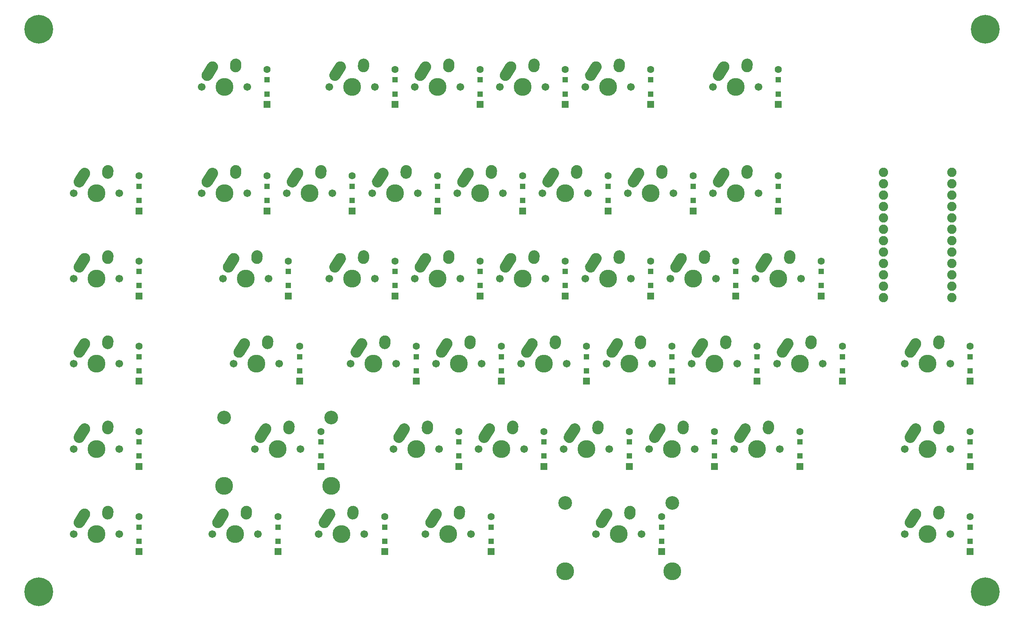
<source format=gts>
%TF.GenerationSoftware,KiCad,Pcbnew,(5.1.10)-1*%
%TF.CreationDate,2021-10-14T07:24:40+09:00*%
%TF.ProjectId,G_One_PCB,475f4f6e-655f-4504-9342-2e6b69636164,rev?*%
%TF.SameCoordinates,Original*%
%TF.FileFunction,Soldermask,Top*%
%TF.FilePolarity,Negative*%
%FSLAX46Y46*%
G04 Gerber Fmt 4.6, Leading zero omitted, Abs format (unit mm)*
G04 Created by KiCad (PCBNEW (5.1.10)-1) date 2021-10-14 07:24:40*
%MOMM*%
%LPD*%
G01*
G04 APERTURE LIST*
%ADD10C,6.400000*%
%ADD11C,1.701800*%
%ADD12C,3.987800*%
%ADD13C,2.082800*%
%ADD14R,1.200000X1.200000*%
%ADD15R,1.600000X1.600000*%
%ADD16C,1.600000*%
%ADD17C,3.048000*%
G04 APERTURE END LIST*
D10*
%TO.C,REF\u002A\u002A*%
X215130000Y4120000D03*
%TD*%
%TO.C,REF\u002A\u002A*%
X215130000Y129630000D03*
%TD*%
%TO.C,REF\u002A\u002A*%
X4120000Y4120000D03*
%TD*%
%TO.C,REF\u002A\u002A*%
X4120000Y129630000D03*
%TD*%
%TO.C,K28(IoT0)1*%
G36*
G01*
X203503171Y59585691D02*
X203542619Y60164347D01*
G75*
G02*
X204874743Y61326433I1247105J-85019D01*
G01*
X204874743Y61326433D01*
G75*
G02*
X206036829Y59994309I-85019J-1247105D01*
G01*
X205997381Y59415653D01*
G75*
G02*
X204665257Y58253567I-1247105J85019D01*
G01*
X204665257Y58253567D01*
G75*
G02*
X203503171Y59585691I85019J1247105D01*
G01*
G37*
G36*
G01*
X197336299Y58242810D02*
X198545223Y60140440D01*
G75*
G02*
X200271087Y60523054I1054239J-671625D01*
G01*
X200271087Y60523054D01*
G75*
G02*
X200653701Y58797190I-671625J-1054239D01*
G01*
X199444777Y56899560D01*
G75*
G02*
X197718913Y56516946I-1054239J671625D01*
G01*
X197718913Y56516946D01*
G75*
G02*
X197336299Y58242810I671625J1054239D01*
G01*
G37*
D11*
X207330000Y55000000D03*
X197170000Y55000000D03*
D12*
X202250000Y55000000D03*
%TD*%
D13*
%TO.C,B0*%
X192380000Y97700000D03*
X192380000Y95160000D03*
X192380000Y92620000D03*
X192380000Y90080000D03*
X192380000Y87540000D03*
X192380000Y85000000D03*
X192380000Y82460000D03*
X192380000Y79920000D03*
X192380000Y77380000D03*
X192380000Y74840000D03*
X192380000Y72300000D03*
X192380000Y69760000D03*
X207620000Y69760000D03*
X207620000Y72300000D03*
X207620000Y74840000D03*
X207620000Y77380000D03*
X207620000Y79920000D03*
X207620000Y82460000D03*
X207620000Y85000000D03*
X207620000Y87540000D03*
X207620000Y90080000D03*
X207620000Y92620000D03*
X207620000Y95160000D03*
X207620000Y97700000D03*
%TD*%
D14*
%TO.C,D1*%
X55000000Y118325000D03*
X55000000Y115175000D03*
D15*
X55000000Y112850000D03*
D16*
X55000000Y120650000D03*
%TD*%
%TO.C,D2*%
X83500000Y120650000D03*
D15*
X83500000Y112850000D03*
D14*
X83500000Y115175000D03*
X83500000Y118325000D03*
%TD*%
%TO.C,D3*%
X102500000Y118325000D03*
X102500000Y115175000D03*
D15*
X102500000Y112850000D03*
D16*
X102500000Y120650000D03*
%TD*%
%TO.C,D4*%
X121500000Y120650000D03*
D15*
X121500000Y112850000D03*
D14*
X121500000Y115175000D03*
X121500000Y118325000D03*
%TD*%
%TO.C,D5*%
X140500000Y118325000D03*
X140500000Y115175000D03*
D15*
X140500000Y112850000D03*
D16*
X140500000Y120650000D03*
%TD*%
D14*
%TO.C,D7*%
X169000000Y118325000D03*
X169000000Y115175000D03*
D15*
X169000000Y112850000D03*
D16*
X169000000Y120650000D03*
%TD*%
%TO.C,D10*%
X26500000Y96900000D03*
D15*
X26500000Y89100000D03*
D14*
X26500000Y91425000D03*
X26500000Y94575000D03*
%TD*%
%TO.C,D11*%
X55000000Y94575000D03*
X55000000Y91425000D03*
D15*
X55000000Y89100000D03*
D16*
X55000000Y96900000D03*
%TD*%
%TO.C,D12*%
X74000000Y96900000D03*
D15*
X74000000Y89100000D03*
D14*
X74000000Y91425000D03*
X74000000Y94575000D03*
%TD*%
D16*
%TO.C,D13*%
X93000000Y96900000D03*
D15*
X93000000Y89100000D03*
D14*
X93000000Y91425000D03*
X93000000Y94575000D03*
%TD*%
%TO.C,D14*%
X112000000Y94575000D03*
X112000000Y91425000D03*
D15*
X112000000Y89100000D03*
D16*
X112000000Y96900000D03*
%TD*%
%TO.C,D15*%
X131000000Y96900000D03*
D15*
X131000000Y89100000D03*
D14*
X131000000Y91425000D03*
X131000000Y94575000D03*
%TD*%
%TO.C,D16*%
X150000000Y94575000D03*
X150000000Y91425000D03*
D15*
X150000000Y89100000D03*
D16*
X150000000Y96900000D03*
%TD*%
%TO.C,D17*%
X169000000Y96900000D03*
D15*
X169000000Y89100000D03*
D14*
X169000000Y91425000D03*
X169000000Y94575000D03*
%TD*%
%TO.C,D20*%
X26500000Y75575000D03*
X26500000Y72425000D03*
D15*
X26500000Y70100000D03*
D16*
X26500000Y77900000D03*
%TD*%
%TO.C,D21*%
X59750000Y77900000D03*
D15*
X59750000Y70100000D03*
D14*
X59750000Y72425000D03*
X59750000Y75575000D03*
%TD*%
%TO.C,D22*%
X83500000Y75575000D03*
X83500000Y72425000D03*
D15*
X83500000Y70100000D03*
D16*
X83500000Y77900000D03*
%TD*%
%TO.C,D23*%
X102500000Y77900000D03*
D15*
X102500000Y70100000D03*
D14*
X102500000Y72425000D03*
X102500000Y75575000D03*
%TD*%
%TO.C,D24*%
X121500000Y75575000D03*
X121500000Y72425000D03*
D15*
X121500000Y70100000D03*
D16*
X121500000Y77900000D03*
%TD*%
%TO.C,D25*%
X140500000Y77900000D03*
D15*
X140500000Y70100000D03*
D14*
X140500000Y72425000D03*
X140500000Y75575000D03*
%TD*%
%TO.C,D26*%
X159500000Y75575000D03*
X159500000Y72425000D03*
D15*
X159500000Y70100000D03*
D16*
X159500000Y77900000D03*
%TD*%
%TO.C,D27*%
X178500000Y77900000D03*
D15*
X178500000Y70100000D03*
D14*
X178500000Y72425000D03*
X178500000Y75575000D03*
%TD*%
%TO.C,D28*%
X211750000Y56575000D03*
X211750000Y53425000D03*
D15*
X211750000Y51100000D03*
D16*
X211750000Y58900000D03*
%TD*%
D14*
%TO.C,D30*%
X26500000Y56575000D03*
X26500000Y53425000D03*
D15*
X26500000Y51100000D03*
D16*
X26500000Y58900000D03*
%TD*%
D14*
%TO.C,D31*%
X62250000Y56575000D03*
X62250000Y53425000D03*
D15*
X62250000Y51100000D03*
D16*
X62250000Y58900000D03*
%TD*%
%TO.C,D32*%
X88250000Y58900000D03*
D15*
X88250000Y51100000D03*
D14*
X88250000Y53425000D03*
X88250000Y56575000D03*
%TD*%
%TO.C,D33*%
X107250000Y56575000D03*
X107250000Y53425000D03*
D15*
X107250000Y51100000D03*
D16*
X107250000Y58900000D03*
%TD*%
%TO.C,D34*%
X126250000Y58900000D03*
D15*
X126250000Y51100000D03*
D14*
X126250000Y53425000D03*
X126250000Y56575000D03*
%TD*%
%TO.C,D35*%
X145250000Y56575000D03*
X145250000Y53425000D03*
D15*
X145250000Y51100000D03*
D16*
X145250000Y58900000D03*
%TD*%
D14*
%TO.C,D36*%
X164250000Y56575000D03*
X164250000Y53425000D03*
D15*
X164250000Y51100000D03*
D16*
X164250000Y58900000D03*
%TD*%
%TO.C,D37*%
X183250000Y58900000D03*
D15*
X183250000Y51100000D03*
D14*
X183250000Y53425000D03*
X183250000Y56575000D03*
%TD*%
%TO.C,D38*%
X211750000Y37575000D03*
X211750000Y34425000D03*
D15*
X211750000Y32100000D03*
D16*
X211750000Y39900000D03*
%TD*%
%TO.C,D40*%
X26500000Y39900000D03*
D15*
X26500000Y32100000D03*
D14*
X26500000Y34425000D03*
X26500000Y37575000D03*
%TD*%
D16*
%TO.C,D41*%
X67000000Y39900000D03*
D15*
X67000000Y32100000D03*
D14*
X67000000Y34425000D03*
X67000000Y37575000D03*
%TD*%
%TO.C,D42*%
X97750000Y37575000D03*
X97750000Y34425000D03*
D15*
X97750000Y32100000D03*
D16*
X97750000Y39900000D03*
%TD*%
%TO.C,D43*%
X116750000Y39900000D03*
D15*
X116750000Y32100000D03*
D14*
X116750000Y34425000D03*
X116750000Y37575000D03*
%TD*%
%TO.C,D44*%
X135750000Y37575000D03*
X135750000Y34425000D03*
D15*
X135750000Y32100000D03*
D16*
X135750000Y39900000D03*
%TD*%
%TO.C,D45*%
X154750000Y39900000D03*
D15*
X154750000Y32100000D03*
D14*
X154750000Y34425000D03*
X154750000Y37575000D03*
%TD*%
D16*
%TO.C,D46*%
X173750000Y39900000D03*
D15*
X173750000Y32100000D03*
D14*
X173750000Y34425000D03*
X173750000Y37575000D03*
%TD*%
D16*
%TO.C,D48*%
X211750000Y20900000D03*
D15*
X211750000Y13100000D03*
D14*
X211750000Y15425000D03*
X211750000Y18575000D03*
%TD*%
%TO.C,D50*%
X26500000Y18575000D03*
X26500000Y15425000D03*
D15*
X26500000Y13100000D03*
D16*
X26500000Y20900000D03*
%TD*%
D14*
%TO.C,D51*%
X57500000Y18575000D03*
X57500000Y15425000D03*
D15*
X57500000Y13100000D03*
D16*
X57500000Y20900000D03*
%TD*%
%TO.C,D52*%
X81250000Y20900000D03*
D15*
X81250000Y13100000D03*
D14*
X81250000Y15425000D03*
X81250000Y18575000D03*
%TD*%
D16*
%TO.C,D53*%
X105000000Y20900000D03*
D15*
X105000000Y13100000D03*
D14*
X105000000Y15425000D03*
X105000000Y18575000D03*
%TD*%
%TO.C,D54*%
X143000000Y18575000D03*
X143000000Y15425000D03*
D15*
X143000000Y13100000D03*
D16*
X143000000Y20900000D03*
%TD*%
%TO.C,K01(ESC)1*%
G36*
G01*
X46753171Y121335691D02*
X46792619Y121914347D01*
G75*
G02*
X48124743Y123076433I1247105J-85019D01*
G01*
X48124743Y123076433D01*
G75*
G02*
X49286829Y121744309I-85019J-1247105D01*
G01*
X49247381Y121165653D01*
G75*
G02*
X47915257Y120003567I-1247105J85019D01*
G01*
X47915257Y120003567D01*
G75*
G02*
X46753171Y121335691I85019J1247105D01*
G01*
G37*
G36*
G01*
X40586299Y119992810D02*
X41795223Y121890440D01*
G75*
G02*
X43521087Y122273054I1054239J-671625D01*
G01*
X43521087Y122273054D01*
G75*
G02*
X43903701Y120547190I-671625J-1054239D01*
G01*
X42694777Y118649560D01*
G75*
G02*
X40968913Y118266946I-1054239J671625D01*
G01*
X40968913Y118266946D01*
G75*
G02*
X40586299Y119992810I671625J1054239D01*
G01*
G37*
D11*
X50580000Y116750000D03*
X40420000Y116750000D03*
D12*
X45500000Y116750000D03*
%TD*%
%TO.C,K02(F1)1*%
G36*
G01*
X75253171Y121335691D02*
X75292619Y121914347D01*
G75*
G02*
X76624743Y123076433I1247105J-85019D01*
G01*
X76624743Y123076433D01*
G75*
G02*
X77786829Y121744309I-85019J-1247105D01*
G01*
X77747381Y121165653D01*
G75*
G02*
X76415257Y120003567I-1247105J85019D01*
G01*
X76415257Y120003567D01*
G75*
G02*
X75253171Y121335691I85019J1247105D01*
G01*
G37*
G36*
G01*
X69086299Y119992810D02*
X70295223Y121890440D01*
G75*
G02*
X72021087Y122273054I1054239J-671625D01*
G01*
X72021087Y122273054D01*
G75*
G02*
X72403701Y120547190I-671625J-1054239D01*
G01*
X71194777Y118649560D01*
G75*
G02*
X69468913Y118266946I-1054239J671625D01*
G01*
X69468913Y118266946D01*
G75*
G02*
X69086299Y119992810I671625J1054239D01*
G01*
G37*
D11*
X79080000Y116750000D03*
X68920000Y116750000D03*
D12*
X74000000Y116750000D03*
%TD*%
%TO.C,K03(F2)1*%
X93000000Y116750000D03*
D11*
X87920000Y116750000D03*
X98080000Y116750000D03*
G36*
G01*
X88086299Y119992810D02*
X89295223Y121890440D01*
G75*
G02*
X91021087Y122273054I1054239J-671625D01*
G01*
X91021087Y122273054D01*
G75*
G02*
X91403701Y120547190I-671625J-1054239D01*
G01*
X90194777Y118649560D01*
G75*
G02*
X88468913Y118266946I-1054239J671625D01*
G01*
X88468913Y118266946D01*
G75*
G02*
X88086299Y119992810I671625J1054239D01*
G01*
G37*
G36*
G01*
X94253171Y121335691D02*
X94292619Y121914347D01*
G75*
G02*
X95624743Y123076433I1247105J-85019D01*
G01*
X95624743Y123076433D01*
G75*
G02*
X96786829Y121744309I-85019J-1247105D01*
G01*
X96747381Y121165653D01*
G75*
G02*
X95415257Y120003567I-1247105J85019D01*
G01*
X95415257Y120003567D01*
G75*
G02*
X94253171Y121335691I85019J1247105D01*
G01*
G37*
%TD*%
D12*
%TO.C,K04(F3)1*%
X112000000Y116750000D03*
D11*
X106920000Y116750000D03*
X117080000Y116750000D03*
G36*
G01*
X107086299Y119992810D02*
X108295223Y121890440D01*
G75*
G02*
X110021087Y122273054I1054239J-671625D01*
G01*
X110021087Y122273054D01*
G75*
G02*
X110403701Y120547190I-671625J-1054239D01*
G01*
X109194777Y118649560D01*
G75*
G02*
X107468913Y118266946I-1054239J671625D01*
G01*
X107468913Y118266946D01*
G75*
G02*
X107086299Y119992810I671625J1054239D01*
G01*
G37*
G36*
G01*
X113253171Y121335691D02*
X113292619Y121914347D01*
G75*
G02*
X114624743Y123076433I1247105J-85019D01*
G01*
X114624743Y123076433D01*
G75*
G02*
X115786829Y121744309I-85019J-1247105D01*
G01*
X115747381Y121165653D01*
G75*
G02*
X114415257Y120003567I-1247105J85019D01*
G01*
X114415257Y120003567D01*
G75*
G02*
X113253171Y121335691I85019J1247105D01*
G01*
G37*
%TD*%
%TO.C,K05(F4)1*%
G36*
G01*
X132253171Y121335691D02*
X132292619Y121914347D01*
G75*
G02*
X133624743Y123076433I1247105J-85019D01*
G01*
X133624743Y123076433D01*
G75*
G02*
X134786829Y121744309I-85019J-1247105D01*
G01*
X134747381Y121165653D01*
G75*
G02*
X133415257Y120003567I-1247105J85019D01*
G01*
X133415257Y120003567D01*
G75*
G02*
X132253171Y121335691I85019J1247105D01*
G01*
G37*
G36*
G01*
X126086299Y119992810D02*
X127295223Y121890440D01*
G75*
G02*
X129021087Y122273054I1054239J-671625D01*
G01*
X129021087Y122273054D01*
G75*
G02*
X129403701Y120547190I-671625J-1054239D01*
G01*
X128194777Y118649560D01*
G75*
G02*
X126468913Y118266946I-1054239J671625D01*
G01*
X126468913Y118266946D01*
G75*
G02*
X126086299Y119992810I671625J1054239D01*
G01*
G37*
X136080000Y116750000D03*
X125920000Y116750000D03*
D12*
X131000000Y116750000D03*
%TD*%
%TO.C,K07(F5)1*%
X159500000Y116750000D03*
D11*
X154420000Y116750000D03*
X164580000Y116750000D03*
G36*
G01*
X154586299Y119992810D02*
X155795223Y121890440D01*
G75*
G02*
X157521087Y122273054I1054239J-671625D01*
G01*
X157521087Y122273054D01*
G75*
G02*
X157903701Y120547190I-671625J-1054239D01*
G01*
X156694777Y118649560D01*
G75*
G02*
X154968913Y118266946I-1054239J671625D01*
G01*
X154968913Y118266946D01*
G75*
G02*
X154586299Y119992810I671625J1054239D01*
G01*
G37*
G36*
G01*
X160753171Y121335691D02*
X160792619Y121914347D01*
G75*
G02*
X162124743Y123076433I1247105J-85019D01*
G01*
X162124743Y123076433D01*
G75*
G02*
X163286829Y121744309I-85019J-1247105D01*
G01*
X163247381Y121165653D01*
G75*
G02*
X161915257Y120003567I-1247105J85019D01*
G01*
X161915257Y120003567D01*
G75*
G02*
X160753171Y121335691I85019J1247105D01*
G01*
G37*
%TD*%
D12*
%TO.C,K10(M0)1*%
X17000000Y93000000D03*
D11*
X11920000Y93000000D03*
X22080000Y93000000D03*
G36*
G01*
X12086299Y96242810D02*
X13295223Y98140440D01*
G75*
G02*
X15021087Y98523054I1054239J-671625D01*
G01*
X15021087Y98523054D01*
G75*
G02*
X15403701Y96797190I-671625J-1054239D01*
G01*
X14194777Y94899560D01*
G75*
G02*
X12468913Y94516946I-1054239J671625D01*
G01*
X12468913Y94516946D01*
G75*
G02*
X12086299Y96242810I671625J1054239D01*
G01*
G37*
G36*
G01*
X18253171Y97585691D02*
X18292619Y98164347D01*
G75*
G02*
X19624743Y99326433I1247105J-85019D01*
G01*
X19624743Y99326433D01*
G75*
G02*
X20786829Y97994309I-85019J-1247105D01*
G01*
X20747381Y97415653D01*
G75*
G02*
X19415257Y96253567I-1247105J85019D01*
G01*
X19415257Y96253567D01*
G75*
G02*
X18253171Y97585691I85019J1247105D01*
G01*
G37*
%TD*%
D12*
%TO.C,K11(_`_)1*%
X45500000Y93000000D03*
D11*
X40420000Y93000000D03*
X50580000Y93000000D03*
G36*
G01*
X40586299Y96242810D02*
X41795223Y98140440D01*
G75*
G02*
X43521087Y98523054I1054239J-671625D01*
G01*
X43521087Y98523054D01*
G75*
G02*
X43903701Y96797190I-671625J-1054239D01*
G01*
X42694777Y94899560D01*
G75*
G02*
X40968913Y94516946I-1054239J671625D01*
G01*
X40968913Y94516946D01*
G75*
G02*
X40586299Y96242810I671625J1054239D01*
G01*
G37*
G36*
G01*
X46753171Y97585691D02*
X46792619Y98164347D01*
G75*
G02*
X48124743Y99326433I1247105J-85019D01*
G01*
X48124743Y99326433D01*
G75*
G02*
X49286829Y97994309I-85019J-1247105D01*
G01*
X49247381Y97415653D01*
G75*
G02*
X47915257Y96253567I-1247105J85019D01*
G01*
X47915257Y96253567D01*
G75*
G02*
X46753171Y97585691I85019J1247105D01*
G01*
G37*
%TD*%
%TO.C,K12(1!)1*%
G36*
G01*
X65753171Y97585691D02*
X65792619Y98164347D01*
G75*
G02*
X67124743Y99326433I1247105J-85019D01*
G01*
X67124743Y99326433D01*
G75*
G02*
X68286829Y97994309I-85019J-1247105D01*
G01*
X68247381Y97415653D01*
G75*
G02*
X66915257Y96253567I-1247105J85019D01*
G01*
X66915257Y96253567D01*
G75*
G02*
X65753171Y97585691I85019J1247105D01*
G01*
G37*
G36*
G01*
X59586299Y96242810D02*
X60795223Y98140440D01*
G75*
G02*
X62521087Y98523054I1054239J-671625D01*
G01*
X62521087Y98523054D01*
G75*
G02*
X62903701Y96797190I-671625J-1054239D01*
G01*
X61694777Y94899560D01*
G75*
G02*
X59968913Y94516946I-1054239J671625D01*
G01*
X59968913Y94516946D01*
G75*
G02*
X59586299Y96242810I671625J1054239D01*
G01*
G37*
X69580000Y93000000D03*
X59420000Y93000000D03*
D12*
X64500000Y93000000D03*
%TD*%
%TO.C,K13(2@)1*%
G36*
G01*
X84753171Y97585691D02*
X84792619Y98164347D01*
G75*
G02*
X86124743Y99326433I1247105J-85019D01*
G01*
X86124743Y99326433D01*
G75*
G02*
X87286829Y97994309I-85019J-1247105D01*
G01*
X87247381Y97415653D01*
G75*
G02*
X85915257Y96253567I-1247105J85019D01*
G01*
X85915257Y96253567D01*
G75*
G02*
X84753171Y97585691I85019J1247105D01*
G01*
G37*
G36*
G01*
X78586299Y96242810D02*
X79795223Y98140440D01*
G75*
G02*
X81521087Y98523054I1054239J-671625D01*
G01*
X81521087Y98523054D01*
G75*
G02*
X81903701Y96797190I-671625J-1054239D01*
G01*
X80694777Y94899560D01*
G75*
G02*
X78968913Y94516946I-1054239J671625D01*
G01*
X78968913Y94516946D01*
G75*
G02*
X78586299Y96242810I671625J1054239D01*
G01*
G37*
D11*
X88580000Y93000000D03*
X78420000Y93000000D03*
D12*
X83500000Y93000000D03*
%TD*%
%TO.C,K14(3#)1*%
G36*
G01*
X103753171Y97585691D02*
X103792619Y98164347D01*
G75*
G02*
X105124743Y99326433I1247105J-85019D01*
G01*
X105124743Y99326433D01*
G75*
G02*
X106286829Y97994309I-85019J-1247105D01*
G01*
X106247381Y97415653D01*
G75*
G02*
X104915257Y96253567I-1247105J85019D01*
G01*
X104915257Y96253567D01*
G75*
G02*
X103753171Y97585691I85019J1247105D01*
G01*
G37*
G36*
G01*
X97586299Y96242810D02*
X98795223Y98140440D01*
G75*
G02*
X100521087Y98523054I1054239J-671625D01*
G01*
X100521087Y98523054D01*
G75*
G02*
X100903701Y96797190I-671625J-1054239D01*
G01*
X99694777Y94899560D01*
G75*
G02*
X97968913Y94516946I-1054239J671625D01*
G01*
X97968913Y94516946D01*
G75*
G02*
X97586299Y96242810I671625J1054239D01*
G01*
G37*
D11*
X107580000Y93000000D03*
X97420000Y93000000D03*
D12*
X102500000Y93000000D03*
%TD*%
%TO.C,K15(4$)1*%
X121500000Y93000000D03*
D11*
X116420000Y93000000D03*
X126580000Y93000000D03*
G36*
G01*
X116586299Y96242810D02*
X117795223Y98140440D01*
G75*
G02*
X119521087Y98523054I1054239J-671625D01*
G01*
X119521087Y98523054D01*
G75*
G02*
X119903701Y96797190I-671625J-1054239D01*
G01*
X118694777Y94899560D01*
G75*
G02*
X116968913Y94516946I-1054239J671625D01*
G01*
X116968913Y94516946D01*
G75*
G02*
X116586299Y96242810I671625J1054239D01*
G01*
G37*
G36*
G01*
X122753171Y97585691D02*
X122792619Y98164347D01*
G75*
G02*
X124124743Y99326433I1247105J-85019D01*
G01*
X124124743Y99326433D01*
G75*
G02*
X125286829Y97994309I-85019J-1247105D01*
G01*
X125247381Y97415653D01*
G75*
G02*
X123915257Y96253567I-1247105J85019D01*
G01*
X123915257Y96253567D01*
G75*
G02*
X122753171Y97585691I85019J1247105D01*
G01*
G37*
%TD*%
%TO.C,K16(5\u0025)1*%
G36*
G01*
X141753171Y97585691D02*
X141792619Y98164347D01*
G75*
G02*
X143124743Y99326433I1247105J-85019D01*
G01*
X143124743Y99326433D01*
G75*
G02*
X144286829Y97994309I-85019J-1247105D01*
G01*
X144247381Y97415653D01*
G75*
G02*
X142915257Y96253567I-1247105J85019D01*
G01*
X142915257Y96253567D01*
G75*
G02*
X141753171Y97585691I85019J1247105D01*
G01*
G37*
G36*
G01*
X135586299Y96242810D02*
X136795223Y98140440D01*
G75*
G02*
X138521087Y98523054I1054239J-671625D01*
G01*
X138521087Y98523054D01*
G75*
G02*
X138903701Y96797190I-671625J-1054239D01*
G01*
X137694777Y94899560D01*
G75*
G02*
X135968913Y94516946I-1054239J671625D01*
G01*
X135968913Y94516946D01*
G75*
G02*
X135586299Y96242810I671625J1054239D01*
G01*
G37*
X145580000Y93000000D03*
X135420000Y93000000D03*
D12*
X140500000Y93000000D03*
%TD*%
%TO.C,K17(6^)1*%
X159500000Y93000000D03*
D11*
X154420000Y93000000D03*
X164580000Y93000000D03*
G36*
G01*
X154586299Y96242810D02*
X155795223Y98140440D01*
G75*
G02*
X157521087Y98523054I1054239J-671625D01*
G01*
X157521087Y98523054D01*
G75*
G02*
X157903701Y96797190I-671625J-1054239D01*
G01*
X156694777Y94899560D01*
G75*
G02*
X154968913Y94516946I-1054239J671625D01*
G01*
X154968913Y94516946D01*
G75*
G02*
X154586299Y96242810I671625J1054239D01*
G01*
G37*
G36*
G01*
X160753171Y97585691D02*
X160792619Y98164347D01*
G75*
G02*
X162124743Y99326433I1247105J-85019D01*
G01*
X162124743Y99326433D01*
G75*
G02*
X163286829Y97994309I-85019J-1247105D01*
G01*
X163247381Y97415653D01*
G75*
G02*
X161915257Y96253567I-1247105J85019D01*
G01*
X161915257Y96253567D01*
G75*
G02*
X160753171Y97585691I85019J1247105D01*
G01*
G37*
%TD*%
D12*
%TO.C,K20(M1)1*%
X17000000Y74000000D03*
D11*
X11920000Y74000000D03*
X22080000Y74000000D03*
G36*
G01*
X12086299Y77242810D02*
X13295223Y79140440D01*
G75*
G02*
X15021087Y79523054I1054239J-671625D01*
G01*
X15021087Y79523054D01*
G75*
G02*
X15403701Y77797190I-671625J-1054239D01*
G01*
X14194777Y75899560D01*
G75*
G02*
X12468913Y75516946I-1054239J671625D01*
G01*
X12468913Y75516946D01*
G75*
G02*
X12086299Y77242810I671625J1054239D01*
G01*
G37*
G36*
G01*
X18253171Y78585691D02*
X18292619Y79164347D01*
G75*
G02*
X19624743Y80326433I1247105J-85019D01*
G01*
X19624743Y80326433D01*
G75*
G02*
X20786829Y78994309I-85019J-1247105D01*
G01*
X20747381Y78415653D01*
G75*
G02*
X19415257Y77253567I-1247105J85019D01*
G01*
X19415257Y77253567D01*
G75*
G02*
X18253171Y78585691I85019J1247105D01*
G01*
G37*
%TD*%
D12*
%TO.C,K21(Tap)1*%
X50250000Y74000000D03*
D11*
X45170000Y74000000D03*
X55330000Y74000000D03*
G36*
G01*
X45336299Y77242810D02*
X46545223Y79140440D01*
G75*
G02*
X48271087Y79523054I1054239J-671625D01*
G01*
X48271087Y79523054D01*
G75*
G02*
X48653701Y77797190I-671625J-1054239D01*
G01*
X47444777Y75899560D01*
G75*
G02*
X45718913Y75516946I-1054239J671625D01*
G01*
X45718913Y75516946D01*
G75*
G02*
X45336299Y77242810I671625J1054239D01*
G01*
G37*
G36*
G01*
X51503171Y78585691D02*
X51542619Y79164347D01*
G75*
G02*
X52874743Y80326433I1247105J-85019D01*
G01*
X52874743Y80326433D01*
G75*
G02*
X54036829Y78994309I-85019J-1247105D01*
G01*
X53997381Y78415653D01*
G75*
G02*
X52665257Y77253567I-1247105J85019D01*
G01*
X52665257Y77253567D01*
G75*
G02*
X51503171Y78585691I85019J1247105D01*
G01*
G37*
%TD*%
%TO.C,K22(Q)1*%
G36*
G01*
X75253171Y78585691D02*
X75292619Y79164347D01*
G75*
G02*
X76624743Y80326433I1247105J-85019D01*
G01*
X76624743Y80326433D01*
G75*
G02*
X77786829Y78994309I-85019J-1247105D01*
G01*
X77747381Y78415653D01*
G75*
G02*
X76415257Y77253567I-1247105J85019D01*
G01*
X76415257Y77253567D01*
G75*
G02*
X75253171Y78585691I85019J1247105D01*
G01*
G37*
G36*
G01*
X69086299Y77242810D02*
X70295223Y79140440D01*
G75*
G02*
X72021087Y79523054I1054239J-671625D01*
G01*
X72021087Y79523054D01*
G75*
G02*
X72403701Y77797190I-671625J-1054239D01*
G01*
X71194777Y75899560D01*
G75*
G02*
X69468913Y75516946I-1054239J671625D01*
G01*
X69468913Y75516946D01*
G75*
G02*
X69086299Y77242810I671625J1054239D01*
G01*
G37*
X79080000Y74000000D03*
X68920000Y74000000D03*
D12*
X74000000Y74000000D03*
%TD*%
%TO.C,K23(W)1*%
X93000000Y74000000D03*
D11*
X87920000Y74000000D03*
X98080000Y74000000D03*
G36*
G01*
X88086299Y77242810D02*
X89295223Y79140440D01*
G75*
G02*
X91021087Y79523054I1054239J-671625D01*
G01*
X91021087Y79523054D01*
G75*
G02*
X91403701Y77797190I-671625J-1054239D01*
G01*
X90194777Y75899560D01*
G75*
G02*
X88468913Y75516946I-1054239J671625D01*
G01*
X88468913Y75516946D01*
G75*
G02*
X88086299Y77242810I671625J1054239D01*
G01*
G37*
G36*
G01*
X94253171Y78585691D02*
X94292619Y79164347D01*
G75*
G02*
X95624743Y80326433I1247105J-85019D01*
G01*
X95624743Y80326433D01*
G75*
G02*
X96786829Y78994309I-85019J-1247105D01*
G01*
X96747381Y78415653D01*
G75*
G02*
X95415257Y77253567I-1247105J85019D01*
G01*
X95415257Y77253567D01*
G75*
G02*
X94253171Y78585691I85019J1247105D01*
G01*
G37*
%TD*%
%TO.C,K24(E)1*%
G36*
G01*
X113253171Y78585691D02*
X113292619Y79164347D01*
G75*
G02*
X114624743Y80326433I1247105J-85019D01*
G01*
X114624743Y80326433D01*
G75*
G02*
X115786829Y78994309I-85019J-1247105D01*
G01*
X115747381Y78415653D01*
G75*
G02*
X114415257Y77253567I-1247105J85019D01*
G01*
X114415257Y77253567D01*
G75*
G02*
X113253171Y78585691I85019J1247105D01*
G01*
G37*
G36*
G01*
X107086299Y77242810D02*
X108295223Y79140440D01*
G75*
G02*
X110021087Y79523054I1054239J-671625D01*
G01*
X110021087Y79523054D01*
G75*
G02*
X110403701Y77797190I-671625J-1054239D01*
G01*
X109194777Y75899560D01*
G75*
G02*
X107468913Y75516946I-1054239J671625D01*
G01*
X107468913Y75516946D01*
G75*
G02*
X107086299Y77242810I671625J1054239D01*
G01*
G37*
X117080000Y74000000D03*
X106920000Y74000000D03*
D12*
X112000000Y74000000D03*
%TD*%
%TO.C,K25(R)1*%
G36*
G01*
X132253171Y78585691D02*
X132292619Y79164347D01*
G75*
G02*
X133624743Y80326433I1247105J-85019D01*
G01*
X133624743Y80326433D01*
G75*
G02*
X134786829Y78994309I-85019J-1247105D01*
G01*
X134747381Y78415653D01*
G75*
G02*
X133415257Y77253567I-1247105J85019D01*
G01*
X133415257Y77253567D01*
G75*
G02*
X132253171Y78585691I85019J1247105D01*
G01*
G37*
G36*
G01*
X126086299Y77242810D02*
X127295223Y79140440D01*
G75*
G02*
X129021087Y79523054I1054239J-671625D01*
G01*
X129021087Y79523054D01*
G75*
G02*
X129403701Y77797190I-671625J-1054239D01*
G01*
X128194777Y75899560D01*
G75*
G02*
X126468913Y75516946I-1054239J671625D01*
G01*
X126468913Y75516946D01*
G75*
G02*
X126086299Y77242810I671625J1054239D01*
G01*
G37*
D11*
X136080000Y74000000D03*
X125920000Y74000000D03*
D12*
X131000000Y74000000D03*
%TD*%
%TO.C,K26(T)1*%
X150000000Y74000000D03*
D11*
X144920000Y74000000D03*
X155080000Y74000000D03*
G36*
G01*
X145086299Y77242810D02*
X146295223Y79140440D01*
G75*
G02*
X148021087Y79523054I1054239J-671625D01*
G01*
X148021087Y79523054D01*
G75*
G02*
X148403701Y77797190I-671625J-1054239D01*
G01*
X147194777Y75899560D01*
G75*
G02*
X145468913Y75516946I-1054239J671625D01*
G01*
X145468913Y75516946D01*
G75*
G02*
X145086299Y77242810I671625J1054239D01*
G01*
G37*
G36*
G01*
X151253171Y78585691D02*
X151292619Y79164347D01*
G75*
G02*
X152624743Y80326433I1247105J-85019D01*
G01*
X152624743Y80326433D01*
G75*
G02*
X153786829Y78994309I-85019J-1247105D01*
G01*
X153747381Y78415653D01*
G75*
G02*
X152415257Y77253567I-1247105J85019D01*
G01*
X152415257Y77253567D01*
G75*
G02*
X151253171Y78585691I85019J1247105D01*
G01*
G37*
%TD*%
%TO.C,K27(P)1*%
G36*
G01*
X170253171Y78585691D02*
X170292619Y79164347D01*
G75*
G02*
X171624743Y80326433I1247105J-85019D01*
G01*
X171624743Y80326433D01*
G75*
G02*
X172786829Y78994309I-85019J-1247105D01*
G01*
X172747381Y78415653D01*
G75*
G02*
X171415257Y77253567I-1247105J85019D01*
G01*
X171415257Y77253567D01*
G75*
G02*
X170253171Y78585691I85019J1247105D01*
G01*
G37*
G36*
G01*
X164086299Y77242810D02*
X165295223Y79140440D01*
G75*
G02*
X167021087Y79523054I1054239J-671625D01*
G01*
X167021087Y79523054D01*
G75*
G02*
X167403701Y77797190I-671625J-1054239D01*
G01*
X166194777Y75899560D01*
G75*
G02*
X164468913Y75516946I-1054239J671625D01*
G01*
X164468913Y75516946D01*
G75*
G02*
X164086299Y77242810I671625J1054239D01*
G01*
G37*
X174080000Y74000000D03*
X163920000Y74000000D03*
D12*
X169000000Y74000000D03*
%TD*%
%TO.C,K30(M2)1*%
G36*
G01*
X18253171Y59585691D02*
X18292619Y60164347D01*
G75*
G02*
X19624743Y61326433I1247105J-85019D01*
G01*
X19624743Y61326433D01*
G75*
G02*
X20786829Y59994309I-85019J-1247105D01*
G01*
X20747381Y59415653D01*
G75*
G02*
X19415257Y58253567I-1247105J85019D01*
G01*
X19415257Y58253567D01*
G75*
G02*
X18253171Y59585691I85019J1247105D01*
G01*
G37*
G36*
G01*
X12086299Y58242810D02*
X13295223Y60140440D01*
G75*
G02*
X15021087Y60523054I1054239J-671625D01*
G01*
X15021087Y60523054D01*
G75*
G02*
X15403701Y58797190I-671625J-1054239D01*
G01*
X14194777Y56899560D01*
G75*
G02*
X12468913Y56516946I-1054239J671625D01*
G01*
X12468913Y56516946D01*
G75*
G02*
X12086299Y58242810I671625J1054239D01*
G01*
G37*
D11*
X22080000Y55000000D03*
X11920000Y55000000D03*
D12*
X17000000Y55000000D03*
%TD*%
%TO.C,K31(Caps_Lock)1*%
X52630000Y55000000D03*
D11*
X47550000Y55000000D03*
X57710000Y55000000D03*
G36*
G01*
X47716299Y58242810D02*
X48925223Y60140440D01*
G75*
G02*
X50651087Y60523054I1054239J-671625D01*
G01*
X50651087Y60523054D01*
G75*
G02*
X51033701Y58797190I-671625J-1054239D01*
G01*
X49824777Y56899560D01*
G75*
G02*
X48098913Y56516946I-1054239J671625D01*
G01*
X48098913Y56516946D01*
G75*
G02*
X47716299Y58242810I671625J1054239D01*
G01*
G37*
G36*
G01*
X53883171Y59585691D02*
X53922619Y60164347D01*
G75*
G02*
X55254743Y61326433I1247105J-85019D01*
G01*
X55254743Y61326433D01*
G75*
G02*
X56416829Y59994309I-85019J-1247105D01*
G01*
X56377381Y59415653D01*
G75*
G02*
X55045257Y58253567I-1247105J85019D01*
G01*
X55045257Y58253567D01*
G75*
G02*
X53883171Y59585691I85019J1247105D01*
G01*
G37*
%TD*%
D12*
%TO.C,K32(A)1*%
X78750000Y55000000D03*
D11*
X73670000Y55000000D03*
X83830000Y55000000D03*
G36*
G01*
X73836299Y58242810D02*
X75045223Y60140440D01*
G75*
G02*
X76771087Y60523054I1054239J-671625D01*
G01*
X76771087Y60523054D01*
G75*
G02*
X77153701Y58797190I-671625J-1054239D01*
G01*
X75944777Y56899560D01*
G75*
G02*
X74218913Y56516946I-1054239J671625D01*
G01*
X74218913Y56516946D01*
G75*
G02*
X73836299Y58242810I671625J1054239D01*
G01*
G37*
G36*
G01*
X80003171Y59585691D02*
X80042619Y60164347D01*
G75*
G02*
X81374743Y61326433I1247105J-85019D01*
G01*
X81374743Y61326433D01*
G75*
G02*
X82536829Y59994309I-85019J-1247105D01*
G01*
X82497381Y59415653D01*
G75*
G02*
X81165257Y58253567I-1247105J85019D01*
G01*
X81165257Y58253567D01*
G75*
G02*
X80003171Y59585691I85019J1247105D01*
G01*
G37*
%TD*%
%TO.C,K33(S)1*%
G36*
G01*
X99003171Y59585691D02*
X99042619Y60164347D01*
G75*
G02*
X100374743Y61326433I1247105J-85019D01*
G01*
X100374743Y61326433D01*
G75*
G02*
X101536829Y59994309I-85019J-1247105D01*
G01*
X101497381Y59415653D01*
G75*
G02*
X100165257Y58253567I-1247105J85019D01*
G01*
X100165257Y58253567D01*
G75*
G02*
X99003171Y59585691I85019J1247105D01*
G01*
G37*
G36*
G01*
X92836299Y58242810D02*
X94045223Y60140440D01*
G75*
G02*
X95771087Y60523054I1054239J-671625D01*
G01*
X95771087Y60523054D01*
G75*
G02*
X96153701Y58797190I-671625J-1054239D01*
G01*
X94944777Y56899560D01*
G75*
G02*
X93218913Y56516946I-1054239J671625D01*
G01*
X93218913Y56516946D01*
G75*
G02*
X92836299Y58242810I671625J1054239D01*
G01*
G37*
X102830000Y55000000D03*
X92670000Y55000000D03*
D12*
X97750000Y55000000D03*
%TD*%
%TO.C,K34(D)1*%
X116750000Y55000000D03*
D11*
X111670000Y55000000D03*
X121830000Y55000000D03*
G36*
G01*
X111836299Y58242810D02*
X113045223Y60140440D01*
G75*
G02*
X114771087Y60523054I1054239J-671625D01*
G01*
X114771087Y60523054D01*
G75*
G02*
X115153701Y58797190I-671625J-1054239D01*
G01*
X113944777Y56899560D01*
G75*
G02*
X112218913Y56516946I-1054239J671625D01*
G01*
X112218913Y56516946D01*
G75*
G02*
X111836299Y58242810I671625J1054239D01*
G01*
G37*
G36*
G01*
X118003171Y59585691D02*
X118042619Y60164347D01*
G75*
G02*
X119374743Y61326433I1247105J-85019D01*
G01*
X119374743Y61326433D01*
G75*
G02*
X120536829Y59994309I-85019J-1247105D01*
G01*
X120497381Y59415653D01*
G75*
G02*
X119165257Y58253567I-1247105J85019D01*
G01*
X119165257Y58253567D01*
G75*
G02*
X118003171Y59585691I85019J1247105D01*
G01*
G37*
%TD*%
D12*
%TO.C,K35(F)1*%
X135750000Y55000000D03*
D11*
X130670000Y55000000D03*
X140830000Y55000000D03*
G36*
G01*
X130836299Y58242810D02*
X132045223Y60140440D01*
G75*
G02*
X133771087Y60523054I1054239J-671625D01*
G01*
X133771087Y60523054D01*
G75*
G02*
X134153701Y58797190I-671625J-1054239D01*
G01*
X132944777Y56899560D01*
G75*
G02*
X131218913Y56516946I-1054239J671625D01*
G01*
X131218913Y56516946D01*
G75*
G02*
X130836299Y58242810I671625J1054239D01*
G01*
G37*
G36*
G01*
X137003171Y59585691D02*
X137042619Y60164347D01*
G75*
G02*
X138374743Y61326433I1247105J-85019D01*
G01*
X138374743Y61326433D01*
G75*
G02*
X139536829Y59994309I-85019J-1247105D01*
G01*
X139497381Y59415653D01*
G75*
G02*
X138165257Y58253567I-1247105J85019D01*
G01*
X138165257Y58253567D01*
G75*
G02*
X137003171Y59585691I85019J1247105D01*
G01*
G37*
%TD*%
%TO.C,K36(G)1*%
G36*
G01*
X156003171Y59585691D02*
X156042619Y60164347D01*
G75*
G02*
X157374743Y61326433I1247105J-85019D01*
G01*
X157374743Y61326433D01*
G75*
G02*
X158536829Y59994309I-85019J-1247105D01*
G01*
X158497381Y59415653D01*
G75*
G02*
X157165257Y58253567I-1247105J85019D01*
G01*
X157165257Y58253567D01*
G75*
G02*
X156003171Y59585691I85019J1247105D01*
G01*
G37*
G36*
G01*
X149836299Y58242810D02*
X151045223Y60140440D01*
G75*
G02*
X152771087Y60523054I1054239J-671625D01*
G01*
X152771087Y60523054D01*
G75*
G02*
X153153701Y58797190I-671625J-1054239D01*
G01*
X151944777Y56899560D01*
G75*
G02*
X150218913Y56516946I-1054239J671625D01*
G01*
X150218913Y56516946D01*
G75*
G02*
X149836299Y58242810I671625J1054239D01*
G01*
G37*
X159830000Y55000000D03*
X149670000Y55000000D03*
D12*
X154750000Y55000000D03*
%TD*%
%TO.C,K37(H)1*%
X173750000Y55000000D03*
D11*
X168670000Y55000000D03*
X178830000Y55000000D03*
G36*
G01*
X168836299Y58242810D02*
X170045223Y60140440D01*
G75*
G02*
X171771087Y60523054I1054239J-671625D01*
G01*
X171771087Y60523054D01*
G75*
G02*
X172153701Y58797190I-671625J-1054239D01*
G01*
X170944777Y56899560D01*
G75*
G02*
X169218913Y56516946I-1054239J671625D01*
G01*
X169218913Y56516946D01*
G75*
G02*
X168836299Y58242810I671625J1054239D01*
G01*
G37*
G36*
G01*
X175003171Y59585691D02*
X175042619Y60164347D01*
G75*
G02*
X176374743Y61326433I1247105J-85019D01*
G01*
X176374743Y61326433D01*
G75*
G02*
X177536829Y59994309I-85019J-1247105D01*
G01*
X177497381Y59415653D01*
G75*
G02*
X176165257Y58253567I-1247105J85019D01*
G01*
X176165257Y58253567D01*
G75*
G02*
X175003171Y59585691I85019J1247105D01*
G01*
G37*
%TD*%
D12*
%TO.C,K38(IoT1)1*%
X202250000Y36000000D03*
D11*
X197170000Y36000000D03*
X207330000Y36000000D03*
G36*
G01*
X197336299Y39242810D02*
X198545223Y41140440D01*
G75*
G02*
X200271087Y41523054I1054239J-671625D01*
G01*
X200271087Y41523054D01*
G75*
G02*
X200653701Y39797190I-671625J-1054239D01*
G01*
X199444777Y37899560D01*
G75*
G02*
X197718913Y37516946I-1054239J671625D01*
G01*
X197718913Y37516946D01*
G75*
G02*
X197336299Y39242810I671625J1054239D01*
G01*
G37*
G36*
G01*
X203503171Y40585691D02*
X203542619Y41164347D01*
G75*
G02*
X204874743Y42326433I1247105J-85019D01*
G01*
X204874743Y42326433D01*
G75*
G02*
X206036829Y40994309I-85019J-1247105D01*
G01*
X205997381Y40415653D01*
G75*
G02*
X204665257Y39253567I-1247105J85019D01*
G01*
X204665257Y39253567D01*
G75*
G02*
X203503171Y40585691I85019J1247105D01*
G01*
G37*
%TD*%
%TO.C,K40(M3)1*%
G36*
G01*
X18253171Y40585691D02*
X18292619Y41164347D01*
G75*
G02*
X19624743Y42326433I1247105J-85019D01*
G01*
X19624743Y42326433D01*
G75*
G02*
X20786829Y40994309I-85019J-1247105D01*
G01*
X20747381Y40415653D01*
G75*
G02*
X19415257Y39253567I-1247105J85019D01*
G01*
X19415257Y39253567D01*
G75*
G02*
X18253171Y40585691I85019J1247105D01*
G01*
G37*
G36*
G01*
X12086299Y39242810D02*
X13295223Y41140440D01*
G75*
G02*
X15021087Y41523054I1054239J-671625D01*
G01*
X15021087Y41523054D01*
G75*
G02*
X15403701Y39797190I-671625J-1054239D01*
G01*
X14194777Y37899560D01*
G75*
G02*
X12468913Y37516946I-1054239J671625D01*
G01*
X12468913Y37516946D01*
G75*
G02*
X12086299Y39242810I671625J1054239D01*
G01*
G37*
X22080000Y36000000D03*
X11920000Y36000000D03*
D12*
X17000000Y36000000D03*
%TD*%
%TO.C,K41(L_Shift)1*%
X57380000Y36000000D03*
D11*
X52300000Y36000000D03*
X62460000Y36000000D03*
D17*
X45442000Y42985000D03*
X69318000Y42985000D03*
D12*
X45442000Y27745000D03*
X69318000Y27745000D03*
G36*
G01*
X52466299Y39242810D02*
X53675223Y41140440D01*
G75*
G02*
X55401087Y41523054I1054239J-671625D01*
G01*
X55401087Y41523054D01*
G75*
G02*
X55783701Y39797190I-671625J-1054239D01*
G01*
X54574777Y37899560D01*
G75*
G02*
X52848913Y37516946I-1054239J671625D01*
G01*
X52848913Y37516946D01*
G75*
G02*
X52466299Y39242810I671625J1054239D01*
G01*
G37*
G36*
G01*
X58633171Y40585691D02*
X58672619Y41164347D01*
G75*
G02*
X60004743Y42326433I1247105J-85019D01*
G01*
X60004743Y42326433D01*
G75*
G02*
X61166829Y40994309I-85019J-1247105D01*
G01*
X61127381Y40415653D01*
G75*
G02*
X59795257Y39253567I-1247105J85019D01*
G01*
X59795257Y39253567D01*
G75*
G02*
X58633171Y40585691I85019J1247105D01*
G01*
G37*
%TD*%
%TO.C,K42(Z)1*%
X88250000Y36000000D03*
D11*
X83170000Y36000000D03*
X93330000Y36000000D03*
G36*
G01*
X83336299Y39242810D02*
X84545223Y41140440D01*
G75*
G02*
X86271087Y41523054I1054239J-671625D01*
G01*
X86271087Y41523054D01*
G75*
G02*
X86653701Y39797190I-671625J-1054239D01*
G01*
X85444777Y37899560D01*
G75*
G02*
X83718913Y37516946I-1054239J671625D01*
G01*
X83718913Y37516946D01*
G75*
G02*
X83336299Y39242810I671625J1054239D01*
G01*
G37*
G36*
G01*
X89503171Y40585691D02*
X89542619Y41164347D01*
G75*
G02*
X90874743Y42326433I1247105J-85019D01*
G01*
X90874743Y42326433D01*
G75*
G02*
X92036829Y40994309I-85019J-1247105D01*
G01*
X91997381Y40415653D01*
G75*
G02*
X90665257Y39253567I-1247105J85019D01*
G01*
X90665257Y39253567D01*
G75*
G02*
X89503171Y40585691I85019J1247105D01*
G01*
G37*
%TD*%
%TO.C,K43(X)1*%
G36*
G01*
X108503171Y40585691D02*
X108542619Y41164347D01*
G75*
G02*
X109874743Y42326433I1247105J-85019D01*
G01*
X109874743Y42326433D01*
G75*
G02*
X111036829Y40994309I-85019J-1247105D01*
G01*
X110997381Y40415653D01*
G75*
G02*
X109665257Y39253567I-1247105J85019D01*
G01*
X109665257Y39253567D01*
G75*
G02*
X108503171Y40585691I85019J1247105D01*
G01*
G37*
G36*
G01*
X102336299Y39242810D02*
X103545223Y41140440D01*
G75*
G02*
X105271087Y41523054I1054239J-671625D01*
G01*
X105271087Y41523054D01*
G75*
G02*
X105653701Y39797190I-671625J-1054239D01*
G01*
X104444777Y37899560D01*
G75*
G02*
X102718913Y37516946I-1054239J671625D01*
G01*
X102718913Y37516946D01*
G75*
G02*
X102336299Y39242810I671625J1054239D01*
G01*
G37*
X112330000Y36000000D03*
X102170000Y36000000D03*
D12*
X107250000Y36000000D03*
%TD*%
%TO.C,K44(C)1*%
X126250000Y36000000D03*
D11*
X121170000Y36000000D03*
X131330000Y36000000D03*
G36*
G01*
X121336299Y39242810D02*
X122545223Y41140440D01*
G75*
G02*
X124271087Y41523054I1054239J-671625D01*
G01*
X124271087Y41523054D01*
G75*
G02*
X124653701Y39797190I-671625J-1054239D01*
G01*
X123444777Y37899560D01*
G75*
G02*
X121718913Y37516946I-1054239J671625D01*
G01*
X121718913Y37516946D01*
G75*
G02*
X121336299Y39242810I671625J1054239D01*
G01*
G37*
G36*
G01*
X127503171Y40585691D02*
X127542619Y41164347D01*
G75*
G02*
X128874743Y42326433I1247105J-85019D01*
G01*
X128874743Y42326433D01*
G75*
G02*
X130036829Y40994309I-85019J-1247105D01*
G01*
X129997381Y40415653D01*
G75*
G02*
X128665257Y39253567I-1247105J85019D01*
G01*
X128665257Y39253567D01*
G75*
G02*
X127503171Y40585691I85019J1247105D01*
G01*
G37*
%TD*%
D12*
%TO.C,K45(V)1*%
X145250000Y36000000D03*
D11*
X140170000Y36000000D03*
X150330000Y36000000D03*
G36*
G01*
X140336299Y39242810D02*
X141545223Y41140440D01*
G75*
G02*
X143271087Y41523054I1054239J-671625D01*
G01*
X143271087Y41523054D01*
G75*
G02*
X143653701Y39797190I-671625J-1054239D01*
G01*
X142444777Y37899560D01*
G75*
G02*
X140718913Y37516946I-1054239J671625D01*
G01*
X140718913Y37516946D01*
G75*
G02*
X140336299Y39242810I671625J1054239D01*
G01*
G37*
G36*
G01*
X146503171Y40585691D02*
X146542619Y41164347D01*
G75*
G02*
X147874743Y42326433I1247105J-85019D01*
G01*
X147874743Y42326433D01*
G75*
G02*
X149036829Y40994309I-85019J-1247105D01*
G01*
X148997381Y40415653D01*
G75*
G02*
X147665257Y39253567I-1247105J85019D01*
G01*
X147665257Y39253567D01*
G75*
G02*
X146503171Y40585691I85019J1247105D01*
G01*
G37*
%TD*%
%TO.C,K46(B)1*%
G36*
G01*
X165503171Y40585691D02*
X165542619Y41164347D01*
G75*
G02*
X166874743Y42326433I1247105J-85019D01*
G01*
X166874743Y42326433D01*
G75*
G02*
X168036829Y40994309I-85019J-1247105D01*
G01*
X167997381Y40415653D01*
G75*
G02*
X166665257Y39253567I-1247105J85019D01*
G01*
X166665257Y39253567D01*
G75*
G02*
X165503171Y40585691I85019J1247105D01*
G01*
G37*
G36*
G01*
X159336299Y39242810D02*
X160545223Y41140440D01*
G75*
G02*
X162271087Y41523054I1054239J-671625D01*
G01*
X162271087Y41523054D01*
G75*
G02*
X162653701Y39797190I-671625J-1054239D01*
G01*
X161444777Y37899560D01*
G75*
G02*
X159718913Y37516946I-1054239J671625D01*
G01*
X159718913Y37516946D01*
G75*
G02*
X159336299Y39242810I671625J1054239D01*
G01*
G37*
X169330000Y36000000D03*
X159170000Y36000000D03*
D12*
X164250000Y36000000D03*
%TD*%
%TO.C,K48(IoT2)1*%
G36*
G01*
X203503171Y21585691D02*
X203542619Y22164347D01*
G75*
G02*
X204874743Y23326433I1247105J-85019D01*
G01*
X204874743Y23326433D01*
G75*
G02*
X206036829Y21994309I-85019J-1247105D01*
G01*
X205997381Y21415653D01*
G75*
G02*
X204665257Y20253567I-1247105J85019D01*
G01*
X204665257Y20253567D01*
G75*
G02*
X203503171Y21585691I85019J1247105D01*
G01*
G37*
G36*
G01*
X197336299Y20242810D02*
X198545223Y22140440D01*
G75*
G02*
X200271087Y22523054I1054239J-671625D01*
G01*
X200271087Y22523054D01*
G75*
G02*
X200653701Y20797190I-671625J-1054239D01*
G01*
X199444777Y18899560D01*
G75*
G02*
X197718913Y18516946I-1054239J671625D01*
G01*
X197718913Y18516946D01*
G75*
G02*
X197336299Y20242810I671625J1054239D01*
G01*
G37*
D11*
X207330000Y17000000D03*
X197170000Y17000000D03*
D12*
X202250000Y17000000D03*
%TD*%
%TO.C,K50(M4)1*%
X17000000Y17000000D03*
D11*
X11920000Y17000000D03*
X22080000Y17000000D03*
G36*
G01*
X12086299Y20242810D02*
X13295223Y22140440D01*
G75*
G02*
X15021087Y22523054I1054239J-671625D01*
G01*
X15021087Y22523054D01*
G75*
G02*
X15403701Y20797190I-671625J-1054239D01*
G01*
X14194777Y18899560D01*
G75*
G02*
X12468913Y18516946I-1054239J671625D01*
G01*
X12468913Y18516946D01*
G75*
G02*
X12086299Y20242810I671625J1054239D01*
G01*
G37*
G36*
G01*
X18253171Y21585691D02*
X18292619Y22164347D01*
G75*
G02*
X19624743Y23326433I1247105J-85019D01*
G01*
X19624743Y23326433D01*
G75*
G02*
X20786829Y21994309I-85019J-1247105D01*
G01*
X20747381Y21415653D01*
G75*
G02*
X19415257Y20253567I-1247105J85019D01*
G01*
X19415257Y20253567D01*
G75*
G02*
X18253171Y21585691I85019J1247105D01*
G01*
G37*
%TD*%
D12*
%TO.C,K51(L_CTRL)1*%
X47880000Y17000000D03*
D11*
X42800000Y17000000D03*
X52960000Y17000000D03*
G36*
G01*
X42966299Y20242810D02*
X44175223Y22140440D01*
G75*
G02*
X45901087Y22523054I1054239J-671625D01*
G01*
X45901087Y22523054D01*
G75*
G02*
X46283701Y20797190I-671625J-1054239D01*
G01*
X45074777Y18899560D01*
G75*
G02*
X43348913Y18516946I-1054239J671625D01*
G01*
X43348913Y18516946D01*
G75*
G02*
X42966299Y20242810I671625J1054239D01*
G01*
G37*
G36*
G01*
X49133171Y21585691D02*
X49172619Y22164347D01*
G75*
G02*
X50504743Y23326433I1247105J-85019D01*
G01*
X50504743Y23326433D01*
G75*
G02*
X51666829Y21994309I-85019J-1247105D01*
G01*
X51627381Y21415653D01*
G75*
G02*
X50295257Y20253567I-1247105J85019D01*
G01*
X50295257Y20253567D01*
G75*
G02*
X49133171Y21585691I85019J1247105D01*
G01*
G37*
%TD*%
%TO.C,K52(Win)1*%
G36*
G01*
X72883171Y21585691D02*
X72922619Y22164347D01*
G75*
G02*
X74254743Y23326433I1247105J-85019D01*
G01*
X74254743Y23326433D01*
G75*
G02*
X75416829Y21994309I-85019J-1247105D01*
G01*
X75377381Y21415653D01*
G75*
G02*
X74045257Y20253567I-1247105J85019D01*
G01*
X74045257Y20253567D01*
G75*
G02*
X72883171Y21585691I85019J1247105D01*
G01*
G37*
G36*
G01*
X66716299Y20242810D02*
X67925223Y22140440D01*
G75*
G02*
X69651087Y22523054I1054239J-671625D01*
G01*
X69651087Y22523054D01*
G75*
G02*
X70033701Y20797190I-671625J-1054239D01*
G01*
X68824777Y18899560D01*
G75*
G02*
X67098913Y18516946I-1054239J671625D01*
G01*
X67098913Y18516946D01*
G75*
G02*
X66716299Y20242810I671625J1054239D01*
G01*
G37*
X76710000Y17000000D03*
X66550000Y17000000D03*
D12*
X71630000Y17000000D03*
%TD*%
%TO.C,K53(L_ALT)1*%
X95380000Y17000000D03*
D11*
X90300000Y17000000D03*
X100460000Y17000000D03*
G36*
G01*
X90466299Y20242810D02*
X91675223Y22140440D01*
G75*
G02*
X93401087Y22523054I1054239J-671625D01*
G01*
X93401087Y22523054D01*
G75*
G02*
X93783701Y20797190I-671625J-1054239D01*
G01*
X92574777Y18899560D01*
G75*
G02*
X90848913Y18516946I-1054239J671625D01*
G01*
X90848913Y18516946D01*
G75*
G02*
X90466299Y20242810I671625J1054239D01*
G01*
G37*
G36*
G01*
X96633171Y21585691D02*
X96672619Y22164347D01*
G75*
G02*
X98004743Y23326433I1247105J-85019D01*
G01*
X98004743Y23326433D01*
G75*
G02*
X99166829Y21994309I-85019J-1247105D01*
G01*
X99127381Y21415653D01*
G75*
G02*
X97795257Y20253567I-1247105J85019D01*
G01*
X97795257Y20253567D01*
G75*
G02*
X96633171Y21585691I85019J1247105D01*
G01*
G37*
%TD*%
D12*
%TO.C,K54(Space)1*%
X133380000Y17000000D03*
D11*
X128300000Y17000000D03*
X138460000Y17000000D03*
D17*
X121442000Y23985000D03*
X145318000Y23985000D03*
D12*
X121442000Y8745000D03*
X145318000Y8745000D03*
G36*
G01*
X128466299Y20242810D02*
X129675223Y22140440D01*
G75*
G02*
X131401087Y22523054I1054239J-671625D01*
G01*
X131401087Y22523054D01*
G75*
G02*
X131783701Y20797190I-671625J-1054239D01*
G01*
X130574777Y18899560D01*
G75*
G02*
X128848913Y18516946I-1054239J671625D01*
G01*
X128848913Y18516946D01*
G75*
G02*
X128466299Y20242810I671625J1054239D01*
G01*
G37*
G36*
G01*
X134633171Y21585691D02*
X134672619Y22164347D01*
G75*
G02*
X136004743Y23326433I1247105J-85019D01*
G01*
X136004743Y23326433D01*
G75*
G02*
X137166829Y21994309I-85019J-1247105D01*
G01*
X137127381Y21415653D01*
G75*
G02*
X135795257Y20253567I-1247105J85019D01*
G01*
X135795257Y20253567D01*
G75*
G02*
X134633171Y21585691I85019J1247105D01*
G01*
G37*
%TD*%
M02*

</source>
